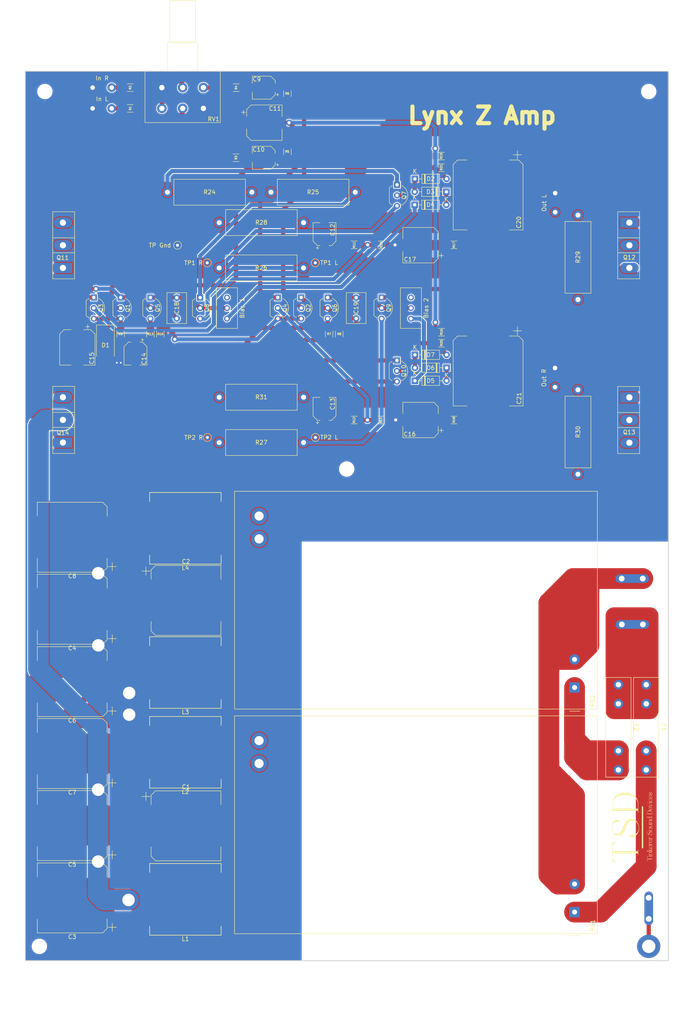
<source format=kicad_pcb>
(kicad_pcb (version 20211014) (generator pcbnew)
  (layers (0 "F.Cu" signal) (31 "B.Cu" signal) (34 "B.Paste" user) (35 "F.Paste" user) (36 "B.SilkS" user "B.Silkscreen") (37 "F.SilkS" user "F.Silkscreen") (38 "B.Mask" user) (39 "F.Mask" user) (44 "Edge.Cuts" user))
  (net 0 "")
  (net 1 "Net-(C1-Pad1)")
  (net 2 "Net-(C1-Pad2)")
  (net 3 "Net-(C2-Pad1)")
  (net 4 "Net-(C2-Pad2)")
  (net 5 "+24V")
  (net 6 "GND")
  (net 7 "-24V")
  (net 8 "Net-(J3-Pad2)")
  (net 9 "Net-(J4-Pad2)")
  (net 10 "Net-(F1-Pad1)")
  (net 11 "Net-(F1-Pad2)")
  (net 12 "Net-(F2-Pad2)")
  (net 13 "Net-(J2-Pad1)")
  (net 14 "Net-(R1-Pad2)")
  (net 15 "Net-(R2-Pad2)")
  (net 16 "Net-(R3-Pad1)")
  (net 17 "In L")
  (net 18 "Net-(R4-Pad1)")
  (net 19 "In R")
  (net 20 "Net-(C9-Pad1)")
  (net 21 "Net-(C10-Pad1)")
  (net 22 "Net-(C11-Pad1)")
  (net 23 "Net-(C11-Pad2)")
  (net 24 "Net-(C12-Pad1)")
  (net 25 "Out L")
  (net 26 "Net-(C13-Pad1)")
  (net 27 "Out R")
  (net 28 "Net-(C14-Pad1)")
  (net 29 "Net-(C16-Pad1)")
  (net 30 "Net-(C17-Pad1)")
  (net 31 "Net-(C18-Pad1)")
  (net 32 "Net-(C18-Pad2)")
  (net 33 "Net-(C19-Pad1)")
  (net 34 "Net-(C19-Pad2)")
  (net 35 "Net-(C20-Pad1)")
  (net 36 "Net-(C21-Pad1)")
  (net 37 "Net-(D2-Pad1)")
  (net 38 "Net-(D2-Pad2)")
  (net 39 "Net-(D3-Pad1)")
  (net 40 "Net-(D4-Pad1)")
  (net 41 "Net-(D5-Pad1)")
  (net 42 "Net-(D5-Pad2)")
  (net 43 "Net-(D6-Pad2)")
  (net 44 "Net-(D7-Pad2)")
  (net 45 "Net-(Q1-Pad3)")
  (net 46 "Net-(Q2-Pad3)")
  (net 47 "Net-(Q3-Pad2)")
  (net 48 "Net-(Q4-Pad2)")
  (net 49 "Net-(Q11-Pad1)")
  (net 50 "Net-(Q12-Pad1)")
  (net 51 "Net-(Q13-Pad1)")
  (net 52 "Net-(Q10-Pad3)")
  (net 53 "Net-(Q11-Pad3)")
  (net 54 "Net-(Q12-Pad3)")
  (net 55 "Net-(Q13-Pad3)")
  (net 56 "Net-(Q14-Pad3)")
  (footprint "Resistor_SMD:R_1206_3216Metric" (layer "F.Cu") (at 139.586219 106.207611 90)
    (fp_text reference "R9")
    (fp_text value "15K")
  )
  (footprint "Capacitor_SMD:CP_Elec_16x17.5" (layer "F.Cu") (at 127.92178 241.87086 180)
    (fp_text reference "C3")
    (fp_text value "330uF")
  )
  (footprint "Diode_THT:D_DO-35_SOD27_P7.62mm_Horizontal" (layer "F.Cu") (at 210.483045 111.205545)
    (fp_text reference "D7")
    (fp_text value "1N4149")
  )
  (footprint "Connector_Wire:SolderWire-0.5sqmm_1x02_P4.6mm_D0.9mm_OD2.1mm" (layer "F.Cu") (at 132.833907 46.93)
    (fp_text reference "In R")
    (fp_text value "In R")
  )
  (footprint "Capacitor_SMD:CP_Elec_16x17.5" (layer "F.Cu") (at 127.92178 172.420858 180)
    (fp_text reference "C4")
    (fp_text value "330uF")
  )
  (footprint "Capacitor_SMD:CP_Elec_8x10" (layer "F.Cu") (at 129.156219 109.427611 -90)
    (fp_text reference "C15")
    (fp_text value "220uF/35V")
  )
  (footprint "Inductor_SMD:L_Vishay_IHLP-6767" (layer "F.Cu") (at 155.188488 152.942544 180)
    (fp_text reference "L4")
    (fp_text value "100uh - 5A")
  )
  (footprint "Resistor_THT:R_Axial_DIN0617_L17.0mm_D6.0mm_P20.32mm_Horizontal" (layer "F.Cu") (at 163.335 132.317259)
    (fp_text reference "R27")
    (fp_text value "470 3W")
  )
  (footprint "Capacitor_THT:C_Rect_L7.2mm_W4.5mm_P5.00mm_FKS2_FKP2_MKS2_MKP2" (layer "F.Cu") (at 153.111219 102.467611 90)
    (fp_text reference "C18")
    (fp_text value "47pF")
  )
  (footprint "Capacitor_SMD:CP_Elec_5x5.3" (layer "F.Cu") (at 188.7 82.18 90)
    (fp_text reference "C12")
    (fp_text value "10uF/35V")
  )
  (footprint "Resistor_SMD:R_1206_3216Metric" (layer "F.Cu") (at 216.86 66.2)
    (fp_text reference "R21")
    (fp_text value "2.7K")
  )
  (footprint "Capacitor_SMD:CP_Elec_16x17.5" (layer "F.Cu") (at 155.330988 224.513578)
    (fp_text reference "C1")
    (fp_text value "330uF")
  )
  (footprint "Resistor_THT:R_Axial_DIN0617_L17.0mm_D6.0mm_P20.32mm_Horizontal" (layer "F.Cu") (at 163.335 79.41)
    (fp_text reference "R28")
    (fp_text value "0.47 3W")
  )
  (footprint "Resistor_SMD:R_1206_3216Metric" (layer "F.Cu") (at 167.3875 63.801439)
    (fp_text reference "R3")
    (fp_text value "1K")
  )
  (footprint "Capacitor_SMD:CP_Elec_5x5.3" (layer "F.Cu") (at 143.166219 110.917611 -90)
    (fp_text reference "C14")
    (fp_text value "10uF/35V")
  )
  (footprint "Custom Library:Logo_25mm" (layer "F.Cu") (at 263.492865 224.71838 90)
    (fp_text reference "G***" hide)
    (fp_text value "LOGO" hide)
  )
  (footprint "Resistor_SMD:R_1206_3216Metric" (layer "F.Cu") (at 195.843333 84.76)
    (fp_text reference "R11")
    (fp_text value "82K")
  )
  (footprint "Capacitor_SMD:CP_Elec_5x5.3" (layer "F.Cu") (at 188.7 124.22 90)
    (fp_text reference "C13")
    (fp_text value "10uF/35V")
  )
  (footprint "Connector_Wire:SolderWire-0.5sqmm_1x02_P4.6mm_D0.9mm_OD2.1mm" (layer "F.Cu") (at 244.23 114.386553 -90)
    (fp_text reference "Out R")
    (fp_text value "Out R")
  )
  (footprint "Package_TO_SOT_THT:TO-92_Inline_Wide" (layer "F.Cu") (at 189.460471 97.42 -90)
    (fp_text reference "Q6")
    (fp_text value "BC546")
  )
  (footprint "Fuse:Fuseholder_Littelfuse_100_series_5x20mm" (layer "F.Cu") (at 266.192238 190.566078 -90)
    (fp_text reference "F1")
    (fp_text value "0155001.DR")
  )
  (footprint "Potentiometer_THT:Potentiometer_Bourns_3296W_Vertical" (layer "F.Cu") (at 209.521744 102.51 -90)
    (fp_text reference "Bias 2")
    (fp_text value "1508")
  )
  (footprint "Custom Library:Spade Conector 6.3mm TE_1217861" (layer "F.Cu") (at 262.823488 165.036078 180)
    (fp_text reference "J2" hide)
    (fp_text value "AC2" hide)
  )
  (footprint "Converter_ACDC:Converter_ACDC_MeanWell_IRM-60-xx_THT" (layer "F.Cu") (at 248.934738 245.271078 180)
    (fp_text reference locked "PS1")
    (fp_text value "IRM-60-24")
  )
  (footprint "MountingHole:MountingHole_3.2mm_M3" (layer "F.Cu") (at 194.05 138.68299)
    (fp_text reference "REF**" hide)
    (fp_text value "MountingHole_3.2mm_M3")
  )
  (footprint "Capacitor_SMD:CP_Elec_16x17.5" (layer "F.Cu") (at 228.11 72.755442 -90)
    (fp_text reference "C20")
    (fp_text value "47uF/25v")
  )
  (footprint "Resistor_THT:R_Axial_DIN0617_L17.0mm_D6.0mm_P20.32mm_Horizontal" (layer "F.Cu") (at 249.76 119.617259 -90)
    (fp_text reference "R30")
    (fp_text value "0.47 3W")
  )
  (footprint "TestPoint:TestPoint_THTPad_D1.5mm_Drill0.7mm" (layer "F.Cu") (at 153.28 84.86 180)
    (fp_text reference "TP Gnd")
    (fp_text value "TestPoint_THTPad_D1.5mm_Drill0.7mm")
  )
  (footprint "Resistor_SMD:R_1206_3216Metric" (layer "F.Cu") (at 195.843333 126.8921 180)
    (fp_text reference "R12")
    (fp_text value "82K")
  )
  (footprint "Capacitor_SMD:CP_Elec_5x5.3" (layer "F.Cu") (at 174.0675 46.939167 180)
    (fp_text reference "C9")
    (fp_text value "10uF/35V")
  )
  (footprint "Package_TO_SOT_THT:TO-247-3_Vertical" (layer "F.Cu") (at 125.676378 90.31 90)
    (fp_text reference "Q11")
    (fp_text value "TIP35")
  )
  (footprint "Package_TO_SOT_THT:TO-92_Inline_Wide" (layer "F.Cu") (at 177.439625 97.42 -90)
    (fp_text reference "Q4")
    (fp_text value "BC556")
  )
  (footprint "Diode_THT:D_DO-35_SOD27_P7.62mm_Horizontal" (layer "F.Cu") (at 218.0475 72 180)
    (fp_text reference "D3")
    (fp_text value "1N4149")
  )
  (footprint "Resistor_THT:R_Axial_DIN0617_L17.0mm_D6.0mm_P20.32mm_Horizontal" (layer "F.Cu") (at 196.12 72.09 180)
    (fp_text reference "R25")
    (fp_text value "82 3W")
  )
  (footprint "Package_TO_SOT_THT:TO-92_Inline_Wide" (layer "F.Cu") (at 206.16 70.3 -90)
    (fp_text reference "Q7")
    (fp_text value "BC546")
  )
  (footprint "Diode_THT:D_DO-35_SOD27_P7.62mm_Horizontal" (layer "F.Cu") (at 210.483045 117.445545)
    (fp_text reference "D5")
    (fp_text value "1N4149")
  )
  (footprint "Package_TO_SOT_THT:TO-92_Inline_Wide" (layer "F.Cu") (at 158.736219 97.427611 -90)
    (fp_text reference "Q8")
    (fp_text value "BC556")
  )
  (footprint "MountingHole:MountingHole_3.2mm_M3_DIN965_Pad_TopBottom" (layer "F.Cu") (at 266.8 253.51178 -90)
    (fp_text reference "REF**" hide)
    (fp_text value "MountingHole_3.2mm_M3_DIN965_Pad_TopBottom")
  )
  (footprint "Capacitor_SMD:CP_Elec_16x17.5" (layer "F.Cu") (at 127.92178 189.834192 180)
    (fp_text reference "C6")
    (fp_text value "330uF")
  )
  (footprint "Potentiometer_THT:Potentiometer_Alps_RK163_Dual_Horizontal" (layer "F.Cu") (at 159.523907 46.93 90)
    (fp_text reference "RV1")
    (fp_text value "log 10K")
  )
  (footprint "TestPoint:TestPoint_THTPad_D1.5mm_Drill0.7mm" (layer "F.Cu") (at 186.48 89.077471)
    (fp_text reference "TP1 L")
    (fp_text value "TestPoint_THTPad_D1.5mm_Drill0.7mm")
  )
  (footprint "Resistor_SMD:R_1206_3216Metric" (layer "F.Cu") (at 149.146219 106.207611 -90)
    (fp_text reference "R10")
    (fp_text value "15K")
  )
  (footprint "Resistor_SMD:R_1206_3216Metric" (layer "F.Cu") (at 141.903907 51.93)
    (fp_text reference "R1")
    (fp_text value "3.3K")
  )
  (footprint "Resistor_SMD:R_1206_3216Metric" (layer "F.Cu") (at 167.4075 46.949167)
    (fp_text reference "R4")
    (fp_text value "1K")
  )
  (footprint "Resistor_SMD:R_1206_3216Metric" (layer "F.Cu") (at 216.883045 108.425545)
    (fp_text reference "R20")
    (fp_text value "2.7K")
  )
  (footprint "Connector_Wire:SolderWire-0.5sqmm_1x02_P4.6mm_D0.9mm_OD2.1mm" (layer "F.Cu") (at 132.833907 51.93)
    (fp_text reference "In L")
    (fp_text value "In L")
  )
  (footprint "Capacitor_THT:C_Rect_L7.2mm_W4.5mm_P5.00mm_FKS2_FKP2_MKS2_MKP2" (layer "F.Cu") (at 196.320894 102.46 90)
    (fp_text reference "C19")
    (fp_text value "47pF")
  )
  (footprint "Diode_THT:D_DO-35_SOD27_P7.62mm_Horizontal" (layer "F.Cu") (at 210.47 68.88)
    (fp_text reference "D2")
    (fp_text value "1N4149")
  )
  (footprint "Resistor_SMD:R_1206_3216Metric" (layer "F.Cu") (at 179.7575 48.399167 90)
    (fp_text reference "R6")
    (fp_text value "56K")
  )
  (footprint "Capacitor_SMD:CP_Elec_16x17.5" (layer "F.Cu") (at 127.92178 155.094192 180)
    (fp_text reference "C8")
    (fp_text value "330uF")
  )
  (footprint "Resistor_THT:R_Axial_DIN0617_L17.0mm_D6.0mm_P20.32mm_Horizontal" (layer "F.Cu") (at 163.315006 90.31)
    (fp_text reference "R26")
    (fp_text value "470 3W")
  )
  (footprint "Package_TO_SOT_THT:TO-247-3_Vertical" (layer "F.Cu") (at 262.138622 121.454518 -90)
    (fp_text reference "Q13")
    (fp_text value "TIP42")
  )
  (footprint "Capacitor_SMD:CP_Elec_5x5.3" (layer "F.Cu") (at 174.0675 63.800832 180)
    (fp_text reference "C10")
    (fp_text value "10uF/35V")
  )
  (footprint "Diode_THT:D_DO-35_SOD27_P7.62mm_Horizontal" (layer "F.Cu") (at 210.4275 75.12)
    (fp_text reference "D4")
    (fp_text value "1N4149")
  )
  (footprint "Package_TO_SOT_THT:TO-92_Inline_Wide" (layer "F.Cu") (at 183.090048 97.42 -90)
    (fp_text reference "Q2")
    (fp_text value "BC556")
  )
  (footprint "Inductor_SMD:L_Vishay_IHLP-6767" (layer "F.Cu") (at 155.188488 242.206078 180)
    (fp_text reference "L1")
    (fp_text value "100uh - 5A")
  )
  (footprint "Resistor_SMD:R_1206_3216Metric" (layer "F.Cu") (at 216.883045 105.765545)
    (fp_text reference "R16")
    (fp_text value "2.2K")
  )
  (footprint "Custom Library:Spade Conector 6.3mm TE_1217861" (layer "F.Cu") (at 266.8 244.37 90)
    (fp_text reference "J2" hide)
    (fp_text value "AC2" hide)
  )
  (footprint "Resistor_SMD:R_1206_3216Metric" (layer "F.Cu") (at 219.8825 126.8921)
    (fp_text reference "R18")
    (fp_text value "56K")
  )
  (footprint "Fuse:Fuseholder_Littelfuse_100_series_5x20mm" (layer "F.Cu") (at 259.489738 190.566078 -90)
    (fp_text reference "F2")
    (fp_text value "0155001.DR")
  )
  (footprint "Resistor_SMD:R_1206_3216Metric" (layer "F.Cu") (at 146.746219 106.207611 90)
    (fp_text reference "R13")
    (fp_text value "1.5K")
  )
  (footprint "Resistor_SMD:R_1206_3216Metric" (layer "F.Cu") (at 192.246341 106.207611 -90)
    (fp_text reference "R8")
    (fp_text value "1.5K")
  )
  (footprint "Resistor_THT:R_Axial_DIN0617_L17.0mm_D6.0mm_P20.32mm_Horizontal" (layer "F.Cu") (at 163.335 121.417259)
    (fp_text reference "R31")
    (fp_text value "0.47 3W")
  )
  (footprint "MountingHole:MountingHole_3.2mm_M3" (layer "F.Cu") (at 121.34 47.87)
    (fp_text reference "REF**" hide)
    (fp_text value "MountingHole_3.2mm_M3")
  )
  (footprint "Custom Library:Spade Conector 6.3mm TE_1217861" (layer "F.Cu") (at 262.858488 176.076078)
    (fp_text reference "J1" hide)
    (fp_text value "AC1" hide)
  )
  (footprint "Package_TO_SOT_THT:TO-247-3_Vertical" (layer "F.Cu") (at 125.676378 132.317259 90)
    (fp_text reference "Q14")
    (fp_text value "TIP35")
  )
  (footprint "Potentiometer_THT:Potentiometer_Bourns_3296W_Vertical" (layer "F.Cu") (at 165.208338 102.51 -90)
    (fp_text reference "Bias 1")
    (fp_text value "1508")
  )
  (footprint "Resistor_THT:R_Axial_DIN0617_L17.0mm_D6.0mm_P20.32mm_Horizontal" (layer "F.Cu") (at 150.87 72.09)
    (fp_text reference "R24")
    (fp_text value "82 3W")
  )
  (footprint "MountingHole:MountingHole_3.2mm_M3" (layer "F.Cu") (at 120.01 253.51178)
    (fp_text reference "REF**" hide)
    (fp_text value "MountingHole_3.2mm_M3")
  )
  (footprint "Capacitor_SMD:CP_Elec_16x17.5" (layer "F.Cu") (at 228.11 115.094455 -90)
    (fp_text reference "C21")
    (fp_text value "47uF/25v")
  )
  (footprint "Inductor_SMD:L_Vishay_IHLP-6767" (layer "F.Cu") (at 155.188488 206.821078 180)
    (fp_text reference "L2")
    (fp_text value "100uh - 5A")
  )
  (footprint "Capacitor_SMD:CP_Elec_16x17.5" (layer "F.Cu") (at 127.92178 207.13086 180)
    (fp_text reference "C7")
    (fp_text value "330uF")
  )
  (footprint "TestPoint:TestPoint_THTPad_D1.5mm_Drill0.7mm" (layer "F.Cu") (at 160.479994 131.09 180)
    (fp_text reference "TP2 R")
    (fp_text value "TestPoint_THTPad_D1.5mm_Drill0.7mm")
  )
  (footprint "Package_TO_SOT_THT:TO-247-3_Vertical" (layer "F.Cu") (at 262.138622 79.41 -90)
    (fp_text reference "Q12")
    (fp_text value "TIP42")
  )
  (footprint "Connector_Wire:SolderWire-0.5sqmm_1x02_P4.6mm_D0.9mm_OD2.1mm" (layer "F.Cu") (at 244.27 72.31 -90)
    (fp_text reference "Out L")
    (fp_text value "Out L")
  )
  (footprint "Capacitor_SMD:CP_Elec_8x10" (layer "F.Cu") (at 174.21 55.37)
    (fp_text reference "C11")
    (fp_text value "220uF/35V")
  )
  (footprint "Resistor_SMD:R_1206_3216Metric" (layer "F.Cu") (at 202.366666 84.76)
    (fp_text reference "R15")
    (fp_text value "5.6K")
  )
  (footprint "Resistor_SMD:R_1206_3216Metric" (layer "F.Cu") (at 189.815801 106.207611 90)
    (fp_text reference "R7")
    (fp_text value "1.5K")
  )
  (footprint "Package_TO_SOT_THT:TO-92_Inline_Wide" (layer "F.Cu") (at 146.766219 97.427611 -90)
    (fp_text reference "Q5")
    (fp_text value "BC546")
  )
  (footprint "TestPoint:TestPoint_THTPad_D1.5mm_Drill0.7mm" (layer "F.Cu") (at 160.449989 89.077471 180)
    (fp_text reference "TP1 R")
    (fp_text value "TestPoint_THTPad_D1.5mm_Drill0.7mm")
  )
  (footprint "Resistor_SMD:R_1206_3216Metric" (layer "F.Cu") (at 202.366666 126.8921)
    (fp_text reference "R14")
    (fp_text value "5.6K")
  )
  (footprint "Package_TO_SOT_THT:TO-92_Inline_Wide" (layer "F.Cu") (at 206.14 112.56 -90)
    (fp_text reference "Q10")
    (fp_text value "BC546")
  )
  (footprint "Capacitor_SMD:CP_Elec_16x17.5" (layer "F.Cu") (at 155.330988 170.292544)
    (fp_text reference "C2")
    (fp_text value "330uF")
  )
  (footprint "Diode_SMD:D_SMA-SMB_Universal_Handsoldering" (layer "F.Cu") (at 135.926219 108.877611 -90)
    (fp_text reference "D1")
    (fp_text value "15V")
  )
  (footprint "Capacitor_SMD:CP_Elec_8x10" (layer "F.Cu") (at 211.8375 84.8421 180)
    (fp_text reference "C17")
    (fp_text value "100uF/35V")
  )
  (footprint "TestPoint:TestPoint_THTPad_D1.5mm_Drill0.7mm" (layer "F.Cu") (at 186.510005 131.09)
    (fp_text reference "TP2 L")
    (fp_text value "TestPoint_THTPad_D1.5mm_Drill0.7mm")
  )
  (footprint "Diode_THT:D_DO-35_SOD27_P7.62mm_Horizontal" (layer "F.Cu") (at 218.103045 114.325545 180)
    (fp_text reference "D6")
    (fp_text value "1N4149")
  )
  (footprint "Resistor_SMD:R_1206_3216Metric" (layer "F.Cu") (at 141.903907 46.93)
    (fp_text reference "R2")
    (fp_text value "3.3K")
  )
  (footprint "Package_TO_SOT_THT:TO-92_Inline_Wide" (layer "F.Cu") (at 202.461317 97.42 -90)
    (fp_text reference "Q9")
    (fp_text value "BC556")
  )
  (footprint "Capacitor_SMD:CP_Elec_16x17.5" (layer "F.Cu") (at 127.92178 224.457526 180)
    (fp_text reference "C5")
    (fp_text value "330uF")
  )
  (footprint "MountingHole:MountingHole_3.2mm_M3" (layer "F.Cu") (at 266.8 47.87)
    (fp_text reference "REF**" hide)
    (fp_text value "MountingHole_3.2mm_M3")
  )
  (footprint "Resistor_SMD:R_1206_3216Metric" (layer "F.Cu") (at 219.8825 84.76)
    (fp_text reference "R17")
    (fp_text value "56K")
  )
  (footprint "Resistor_SMD:R_1206_3216Metric" (layer "F.Cu") (at 179.7575 62.351439 90)
    (fp_text reference "R5")
    (fp_text value "56K")
  )
  (footprint "Converter_ACDC:Converter_ACDC_MeanWell_IRM-60-xx_THT" (layer "F.Cu") (at 248.934738 191.241078 180)
    (fp_text reference locked "PS2")
    (fp_text value "IRM-60-24")
  )
  (footprint "Resistor_SMD:R_1206_3216Metric" (layer "F.Cu") (at 216.86 63.4 180)
    (fp_text reference "R19")
    (fp_text value "2.2K")
  )
  (footprint "Capacitor_SMD:CP_Elec_8x10" (layer "F.Cu") (at 211.8375 126.8921 180)
    (fp_text reference "C16")
    (fp_text value "100uF/35V")
  )
  (footprint "Resistor_THT:R_Axial_DIN0617_L17.0mm_D6.0mm_P20.32mm_Horizontal" (layer "F.Cu") (at 249.76 77.61 -90)
    (fp_text reference "R29")
    (fp_text value "0.47 3W")
  )
  (footprint "Package_TO_SOT_THT:TO-92_Inline_Wide" (layer "F.Cu") (at 133.126219 97.427611 -90)
    (fp_text reference "Q3")
    (fp_text value "BC556")
  )
  (footprint "Package_TO_SOT_THT:TO-92_Inline_Wide" (layer "F.Cu") (at 139.586219 97.427611 -90)
    (fp_text reference "Q1")
    (fp_text value "BC556")
  )
  (footprint "Inductor_SMD:L_Vishay_IHLP-6767" (layer "F.Cu") (at 155.188488 187.642544 180)
    (fp_text reference "L3")
    (fp_text value "100uh - 5A")
  )
  (gr_rect (start 116.626875 256.94) (end 271.546875 43) (layer "Edge.Cuts") (width 0.2) (fill none))
  (gr_text "Lynx Z Amp" (at 226.65 53.68) (layer "F.SilkS") (effects (font (size 4 4) (thickness 1))))
  (segment (start 266.8 253.51178) (end 266.8 241.83) (width 1) (layer "F.Cu") (net 0))
  (segment locked (start 178.878488 207.142544) (end 175.757022 204.021078) (width 5) (layer "F.Cu") (net 1))
  (segment locked (start 149.080988 227.976078) (end 163.310988 242.206078) (width 5) (layer "F.Cu") (net 1))
  (segment locked (start 174.524954 242.206078) (end 178.878488 237.852544) (width 5) (layer "F.Cu") (net 1))
  (segment locked (start 175.757022 204.021078) (end 172.934738 204.021078) (width 5) (layer "F.Cu") (net 1))
  (segment locked (start 178.878488 237.852544) (end 178.878488 207.142544) (width 5) (layer "F.Cu") (net 1))
  (segment locked (start 163.310988 242.206078) (end 174.524954 242.206078) (width 5) (layer "F.Cu") (net 1))
  (segment locked (start 172.934738 209.521078) (end 166.010988 209.521078) (width 5) (layer "F.Cu") (net 2))
  (segment locked (start 161.580988 208.551078) (end 163.310988 206.821078) (width 5) (layer "F.Cu") (net 2))
  (segment locked (start 161.580988 224.513578) (end 161.580988 208.551078) (width 5) (layer "F.Cu") (net 2))
  (segment locked (start 166.010988 209.521078) (end 163.310988 206.821078) (width 5) (layer "F.Cu") (net 2))
  (segment locked (start 163.310988 187.642544) (end 173.548488 187.642544) (width 5) (layer "F.Cu") (net 3))
  (segment locked (start 179.618488 181.572544) (end 179.618488 152.552544) (width 5) (layer "F.Cu") (net 3))
  (segment locked (start 149.080988 173.412544) (end 163.310988 187.642544) (width 5) (layer "F.Cu") (net 3))
  (segment locked (start 179.618488 152.552544) (end 177.057022 149.991078) (width 5) (layer "F.Cu") (net 3))
  (segment locked (start 173.548488 187.642544) (end 179.618488 181.572544) (width 5) (layer "F.Cu") (net 3))
  (segment locked (start 177.057022 149.991078) (end 172.934738 149.991078) (width 5) (layer "F.Cu") (net 3))
  (segment locked (start 165.859522 155.491078) (end 163.310988 152.942544) (width 5) (layer "F.Cu") (net 4))
  (segment locked (start 161.580988 170.292544) (end 161.580988 154.672544) (width 5) (layer "F.Cu") (net 4))
  (segment locked (start 172.934738 155.491078) (end 165.859522 155.491078) (width 5) (layer "F.Cu") (net 4))
  (segment locked (start 161.580988 154.672544) (end 163.310988 152.942544) (width 5) (layer "F.Cu") (net 4))
  (segment (start 125.676378 126.867259) (end 121.443979 126.867259) (width 5) (layer "F.Cu") (net 5))
  (segment (start 120.476867 125.900147) (end 120.476867 116.803133) (width 5) (layer "F.Cu") (net 5))
  (segment (start 174.926364 112.56) (end 206.14 112.56) (width 1) (layer "F.Cu") (net 5))
  (segment locked (start 147.065988 242.206078) (end 145.455702 242.206078) (width 5) (layer "F.Cu") (net 5))
  (segment (start 120.476867 92.856867) (end 120.476867 116.803133) (width 5) (layer "F.Cu") (net 5))
  (segment locked (start 143.90178 242.36106) (end 141.48894 242.36106) (width 5) (layer "F.Cu") (net 5))
  (segment (start 169.928182 117.558182) (end 174.926364 112.56) (width 1) (layer "F.Cu") (net 5))
  (segment (start 169.928182 117.558182) (end 121.231916 117.558182) (width 1) (layer "F.Cu") (net 5))
  (segment (start 120.476867 83.996867) (end 120.476867 92.856867) (width 5) (layer "F.Cu") (net 5))
  (segment locked (start 134.17178 233.10822) (end 134.17178 215.81822) (width 5) (layer "F.Cu") (net 5))
  (segment locked (start 141.48894 242.36106) (end 134.66198 242.36106) (width 5) (layer "F.Cu") (net 5))
  (segment locked (start 134.816962 242.206078) (end 134.66198 242.36106) (width 5) (layer "F.Cu") (net 5))
  (segment locked (start 133.7 242.34264) (end 133.70053 242.34211) (width 5) (layer "F.Cu") (net 5))
  (segment (start 123.18 72.09) (end 120.476867 74.793133) (width 5) (layer "F.Cu") (net 5))
  (segment (start 121.231916 117.558182) (end 120.476867 116.803133) (width 1) (layer "F.Cu") (net 5))
  (segment (start 150.87 72.09) (end 123.18 72.09) (width 5) (layer "F.Cu") (net 5))
  (segment (start 125.676378 84.86) (end 121.34 84.86) (width 5) (layer "F.Cu") (net 5))
  (segment locked (start 147.065988 242.206078) (end 134.816962 242.206078) (width 5) (layer "F.Cu") (net 5))
  (segment (start 121.443979 126.867259) (end 120.476867 125.900147) (width 5) (layer "F.Cu") (net 5))
  (segment locked (start 134.17178 215.81822) (end 134.17178 207.13086) (width 5) (layer "F.Cu") (net 5))
  (segment locked (start 134.66198 242.36106) (end 134.17178 241.87086) (width 5) (layer "F.Cu") (net 5))
  (segment locked (start 134.17178 241.87086) (end 134.17178 233.10822) (width 5) (layer "F.Cu") (net 5))
  (segment (start 121.34 84.86) (end 120.476867 83.996867) (width 5) (layer "F.Cu") (net 5))
  (segment (start 120.476867 74.793133) (end 120.476867 83.996867) (width 5) (layer "F.Cu") (net 5))
  (segment locked (start 133.70053 242.34211) (end 134.17178 241.87086) (width 5) (layer "F.Cu") (net 5))
  (via (at 134.17178 215.81822) (size 5) (drill 3) (layers "F.Cu" "B.Cu") (net 5))
  (via (at 141.48894 242.36106) (size 5) (drill 3) (layers "F.Cu" "B.Cu") (net 5))
  (via (at 134.17178 233.10822) (size 5) (drill 3) (layers "F.Cu" "B.Cu") (net 5))
  (segment (start 121.362741 126.867259) (end 125.676378 126.867259) (width 5) (layer "B.Cu") (net 5))
  (segment (start 134.17178 201.18178) (end 119.79 186.8) (width 5) (layer "B.Cu") (net 5))
  (segment (start 141.48894 242.36106) (end 135.56106 242.36106) (width 5) (layer "B.Cu") (net 5))
  (segment (start 151.93 67) (end 205.2 67) (width 1) (layer "B.Cu") (net 5))
  (segment (start 206.16 67.96) (end 206.16 70.3) (width 1) (layer "B.Cu") (net 5))
  (segment (start 134.17178 240.97178) (end 134.17178 215.81822) (width 5) (layer "B.Cu") (net 5))
  (segment (start 135.56106 242.36106) (end 134.17178 240.97178) (width 5) (layer "B.Cu") (net 5))
  (segment (start 119.79 186.8) (end 119.79 128.44) (width 5) (layer "B.Cu") (net 5))
  (segment (start 205.2 67) (end 206.16 67.96) (width 1) (layer "B.Cu") (net 5))
  (segment (start 134.17178 215.81822) (end 134.17178 201.18178) (width 5) (layer "B.Cu") (net 5))
  (segment (start 119.79 128.44) (end 121.362741 126.867259) (width 5) (layer "B.Cu") (net 5))
  (segment (start 150.87 72.09) (end 150.87 68.06) (width 1) (layer "B.Cu") (net 5))
  (segment (start 150.87 68.06) (end 151.93 67) (width 1) (layer "B.Cu") (net 5))
  (segment locked (start 137.72 195.55178) (end 137.37 195.20178) (width 5) (layer "F.Cu") (net 6))
  (segment locked (start 134.17178 189.834192) (end 144.87434 189.834192) (width 5) (layer "F.Cu") (net 6))
  (segment locked (start 138.612412 189.834192) (end 144.33 195.55178) (width 5) (layer "F.Cu") (net 6))
  (segment locked (start 143.90178 198.525026) (end 134.85178 198.525026) (width 5) (layer "F.Cu") (net 6))
  (segment locked (start 121.67178 241.87086) (end 121.67178 233.318719) (width 5) (layer "F.Cu") (net 6))
  (segment locked (start 127.57678 198.525026) (end 121.67178 204.430026) (width 5) (layer "F.Cu") (net 6))
  (segment locked (start 144.33 195.55178) (end 137.72 195.55178) (width 5) (layer "F.Cu") (net 6))
  (segment locked (start 134.17178 181.128719) (end 134.17178 186.21) (width 5) (layer "F.Cu") (net 6))
  (segment locked (start 134.17178 155.094192) (end 134.17178 163.768719) (width 5) (layer "F.Cu") (net 6))
  (segment locked (start 134.17178 163.768719) (end 134.17178 181.128719) (width 5) (layer "F.Cu") (net 6))
  (segment (start 208.5875 126.8921) (end 205.87907 126.8921) (width 1) (layer "F.Cu") (net 6))
  (segment (start 129.596219 113.117611) (end 129.156219 112.677611) (width 1) (layer "F.Cu") (net 6))
  (segment locked (start 134.048087 198.525026) (end 127.57678 198.525026) (width 5) (layer "F.Cu") (net 6))
  (segment (start 205.87907 126.8921) (end 205.860585 126.873615) (width 1) (layer "F.Cu") (net 6))
  (segment (start 139.622389 113.117611) (end 138.672389 113.117611) (width 1) (layer "F.Cu") (net 6))
  (segment (start 138.672389 113.117611) (end 129.596219 113.117611) (width 1) (layer "F.Cu") (net 6))
  (segment locked (start 144.87434 189.834192) (end 147.065988 187.642544) (width 5) (layer "F.Cu") (net 6))
  (segment locked (start 135.604324 187.642544) (end 134.17178 186.21) (width 5) (layer "F.Cu") (net 6))
  (segment locked (start 134.17178 189.834192) (end 134.17178 197.845026) (width 5) (layer "F.Cu") (net 6))
  (segment locked (start 121.67178 215.878719) (end 121.67178 215.78822) (width 5) (layer "F.Cu") (net 6))
  (segment locked (start 134.17178 189.834192) (end 138.612412 189.834192) (width 5) (layer "F.Cu") (net 6))
  (segment (start 205.823615 126.873615) (end 205.860585 126.873615) (width 1) (layer "F.Cu") (net 6))
  (segment locked (start 121.67178 233.318719) (end 121.67178 215.878719) (width 5) (layer "F.Cu") (net 6))
  (segment locked (start 134.85178 198.525026) (end 134.048087 198.525026) (width 5) (layer "F.Cu") (net 6))
  (segment (start 143.166219 113.117611) (end 139.622389 113.117611) (width 1) (layer "F.Cu") (net 6))
  (segment locked (start 121.67178 204.430026) (end 121.67178 207.13086) (width 5) (layer "F.Cu") (net 6))
  (segment (start 208.61 84.76) (end 205.69 84.76) (width 1) (layer "F.Cu") (net 6))
  (segment (start 205.82 126.87) (end 205.823615 126.873615) (width 1) (layer "F.Cu") (net 6))
  (segment locked (start 147.065988 206.821078) (end 147.065988 187.642544) (width 5) (layer "F.Cu") (net 6))
  (segment locked (start 134.17178 186.21) (end 134.17178 189.834192) (width 5) (layer "F.Cu") (net 6))
  (segment locked (start 121.67178 215.78822) (end 121.67178 207.13086) (width 5) (layer "F.Cu") (net 6))
  (segment locked (start 147.065988 187.642544) (end 135.604324 187.642544) (width 5) (layer "F.Cu") (net 6))
  (segment locked (start 134.17178 197.845026) (end 134.85178 198.525026) (width 5) (layer "F.Cu") (net 6))
  (via (at 141.64 192.56) (size 5) (drill 3) (layers "F.Cu" "B.Cu") (net 6))
  (via (at 205.69 84.76) (size 1.5) (drill 0.75) (layers "F.Cu" "B.Cu") (net 6))
  (via (at 139.622389 113.117611) (size 0.8) (drill 0.4) (layers "F.Cu" "B.Cu") (net 6))
  (via (at 138.672389 113.117611) (size 0.8) (drill 0.4) (layers "F.Cu" "B.Cu") (net 6))
  (via (at 141.64 197.78) (size 5) (drill 3) (layers "F.Cu" "B.Cu") (net 6))
  (via (at 205.860585 126.873615) (size 1.5) (drill 0.75) (layers "F.Cu" "B.Cu") (net 6))
  (via (at 134.18 163.76) (size 5) (drill 3) (layers "F.Cu" "B.Cu") (net 6))
  (via (at 134.21 181.11) (size 5) (drill 3) (layers "F.Cu" "B.Cu") (net 6))
  (segment (start 267.19 91.57) (end 267.088133 91.671867) (width 5) (layer "F.Cu") (net 7))
  (segment (start 232.71 95.39) (end 241.921867 104.601867) (width 1) (layer "F.Cu") (net 7))
  (segment (start 267.338133 80.561867) (end 267.338133 81.563707) (width 5) (layer "F.Cu") (net 7))
  (segment (start 267.088133 125.404029) (end 265.587644 126.904518) (width 5) (layer "F.Cu") (net 7))
  (segment (start 196.12 65.56) (end 205.56 56.12) (width 5) (layer "F.Cu") (net 7))
  (segment locked (start 131.81822 144.38) (end 131.79 144.35178) (width 5) (layer "F.Cu") (net 7))
  (segment (start 143.90178 144.38) (end 145.98178 142.3) (width 5) (layer "F.Cu") (net 7))
  (segment (start 267.19 81.71184) (end 267.19 91.57) (width 5) (layer "F.Cu") (net 7))
  (segment locked (start 143.90178 144.38) (end 131.81822 144.38) (width 5) (layer "F.Cu") (net 7))
  (segment (start 267.338133 140.101867) (end 263.5 143.94) (width 5) (layer "F.Cu") (net 7))
  (segment (start 204.37 97.42) (end 206.4 95.39) (width 1) (layer "F.Cu") (net 7))
  (segment locked (start 127.921806 144.38) (end 131.81822 144.38) (width 5) (layer "F.Cu") (net 7))
  (segment (start 267.338133 104.601867) (end 267.338133 121.428133) (width 5) (layer "F.Cu") (net 7))
  (segment (start 184.54 142.3) (end 190.2 147.96) (width 5) (layer "F.Cu") (net 7))
  (segment (start 205.56 56.12) (end 257.26 56.12) (width 5) (layer "F.Cu") (net 7))
  (segment (start 267.338133 121.428133) (end 267.338133 140.101867) (width 5) (layer "F.Cu") (net 7))
  (segment (start 267.338133 81.563707) (end 267.19 81.71184) (width 5) (layer "F.Cu") (net 7))
  (segment (start 130.001806 142.3) (end 127.921806 144.38) (width 5) (layer "F.Cu") (net 7))
  (segment (start 145.98178 142.3) (end 150.8 142.3) (width 5) (layer "F.Cu") (net 7))
  (segment locked (start 121.67178 155.094192) (end 121.67178 189.834192) (width 5) (layer "F.Cu") (net 7))
  (segment (start 267.088133 91.671867) (end 267.088133 84.516782) (width 5) (layer "F.Cu") (net 7))
  (segment locked (start 125.610013 146.691793) (end 127.921806 144.38) (width 5) (layer "F.Cu") (net 7))
  (segment (start 150.8 142.3) (end 130.001806 142.3) (width 5) (layer "F.Cu") (net 7))
  (segment (start 257.01 150.43) (end 263.5 143.94) (width 5) (layer "F.Cu") (net 7))
  (segment (start 196.12 72.09) (end 196.12 65.56) (width 5) (layer "F.Cu") (net 7))
  (segment (start 202.461317 97.42) (end 204.37 97.42) (width 1) (layer "F.Cu") (net 7))
  (segment (start 147.065988 147.544208) (end 147.065988 146.034012) (width 5) (layer "F.Cu") (net 7))
  (segment (start 150.8 142.3) (end 171.47 142.3) (width 5) (layer "F.Cu") (net 7))
  (segment (start 265.487798 84.897259) (end 262.138622 84.897259) (width 5) (layer "F.Cu") (net 7))
  (segment (start 267.338133 91.921867) (end 267.338133 104.601867) (width 5) (layer "F.Cu") (net 7))
  (segment (start 190.2 147.96) (end 192.67 150.43) (width 5) (layer "F.Cu") (net 7))
  (segment (start 267.338133 80.561867) (end 267.338133 125.154029) (width 5) (layer "F.Cu") (net 7))
  (segment (start 241.921867 104.601867) (end 267.338133 104.601867) (width 1) (layer "F.Cu") (net 7))
  (segment locked (start 147.065988 147.544208) (end 143.90178 144.38) (width 5) (layer "F.Cu") (net 7))
  (segment (start 267.338133 121.428133) (end 267.338133 125.154029) (width 5) (layer "F.Cu") (net 7))
  (segment (start 267.088133 91.671867) (end 267.338133 91.921867) (width 5) (layer "F.Cu") (net 7))
  (segment (start 265.587644 126.904518) (end 262.138622 126.904518) (width 5) (layer "F.Cu") (net 7))
  (segment (start 267.338133 125.154029) (end 267.088133 125.404029) (width 5) (layer "F.Cu") (net 7))
  (segment (start 147.065988 146.034012) (end 150.8 142.3) (width 5) (layer "F.Cu") (net 7))
  (segment (start 206.4 95.39) (end 232.71 95.39) (width 1) (layer "F.Cu") (net 7))
  (segment (start 267.088133 86.497594) (end 265.487798 84.897259) (width 5) (layer "F.Cu") (net 7))
  (segment (start 171.47 142.3) (end 184.54 142.3) (width 5) (layer "F.Cu") (net 7))
  (segment (start 192.67 150.43) (end 252.23 150.43) (width 5) (layer "F.Cu") (net 7))
  (segment (start 252.23 150.43) (end 257.01 150.43) (width 5) (layer "F.Cu") (net 7))
  (segment locked (start 147.065988 152.942544) (end 147.065988 147.544208) (width 5) (layer "F.Cu") (net 7))
  (segment locked (start 121.67178 155.094192) (end 121.67178 150.630026) (width 5) (layer "F.Cu") (net 7))
  (segment (start 267.338133 66.198133) (end 267.338133 80.561867) (width 5) (layer "F.Cu") (net 7))
  (segment locked (start 121.67178 150.630026) (end 125.610013 146.691793) (width 5) (layer "F.Cu") (net 7))
  (segment (start 257.26 56.12) (end 267.338133 66.198133) (width 5) (layer "F.Cu") (net 7))
  (segment (start 158.736219 87.386219) (end 158.736219 97.427611) (width 1) (layer "B.Cu") (net 7))
  (segment (start 196.12 72.09) (end 193.073781 75.136219) (width 1) (layer "B.Cu") (net 7))
  (segment (start 193.073781 75.136219) (end 170.986219 75.136219) (width 1) (layer "B.Cu") (net 7))
  (segment (start 170.986219 75.136219) (end 158.736219 87.386219) (width 1) (layer "B.Cu") (net 7))
  (segment locked (start 137.433907 51.93) (end 140.441407 51.93) (width 1) (layer "F.Cu") (net 8))
  (segment locked (start 137.433907 46.93) (end 140.441407 46.93) (width 1) (layer "F.Cu") (net 9))
  (segment locked (start 255.184738 245.271078) (end 248.934738 245.271078) (width 5) (layer "F.Cu") (net 11))
  (segment locked (start 266.192238 234.263578) (end 255.184738 245.271078) (width 5) (layer "F.Cu") (net 11))
  (segment locked (start 266.192238 206.466078) (end 266.192238 234.263578) (width 5) (layer "F.Cu") (net 11))
  (segment locked (start 248.934738 203.691078) (end 251.709738 206.466078) (width 5) (layer "F.Cu") (net 12))
  (segment locked (start 248.934738 208.061078) (end 248.934738 198.371078) (width 5) (layer "F.Cu") (net 12))
  (segment locked (start 251.939738 211.066078) (end 248.934738 208.061078) (width 5) (layer "F.Cu") (net 12))
  (segment locked (start 248.934738 191.241078) (end 248.934738 198.371078) (width 5) (layer "F.Cu") (net 12))
  (segment locked (start 248.934738 198.371078) (end 248.934738 203.691078) (width 5) (layer "F.Cu") (net 12))
  (segment locked (start 259.489738 211.066078) (end 251.939738 211.066078) (width 5) (layer "F.Cu") (net 12))
  (segment locked (start 259.489738 211.066078) (end 259.489738 206.466078) (width 5) (layer "F.Cu") (net 12))
  (segment locked (start 251.709738 206.466078) (end 259.489738 206.466078) (width 5) (layer "F.Cu") (net 12))
  (segment locked (start 242.749738 209.246078) (end 242.749738 211.086078) (width 5) (layer "F.Cu") (net 13))
  (segment locked (start 244.954738 238.521078) (end 244.954738 220.141078) (width 5) (layer "F.Cu") (net 13))
  (segment locked (start 244.954738 238.521078) (end 248.934738 238.521078) (width 5) (layer "F.Cu") (net 13))
  (segment locked (start 248.934738 217.271078) (end 248.379738 216.716078) (width 5) (layer "F.Cu") (net 13))
  (segment locked (start 248.639738 165.036078) (end 242.749738 170.926078) (width 5) (layer "F.Cu") (net 13))
  (segment locked (start 248.934738 184.491078) (end 248.934738 165.331078) (width 5) (layer "F.Cu") (net 13))
  (segment locked (start 242.749738 236.316078) (end 244.954738 238.521078) (width 5) (layer "F.Cu") (net 13))
  (segment locked (start 242.749738 211.086078) (end 248.379738 216.716078) (width 5) (layer "F.Cu") (net 13))
  (segment locked (start 252.459738 165.036078) (end 248.639738 165.036078) (width 5) (layer "F.Cu") (net 13))
  (segment locked (start 243.314738 184.491078) (end 242.749738 185.056078) (width 5) (layer "F.Cu") (net 13))
  (segment locked (start 252.389738 181.036078) (end 252.389738 165.106078) (width 5) (layer "F.Cu") (net 13))
  (segment locked (start 265.363488 165.036078) (end 252.459738 165.036078) (width 5) (layer "F.Cu") (net 13))
  (segment locked (start 246.139738 214.476078) (end 246.139738 214.416078) (width 5) (layer "F.Cu") (net 13))
  (segment locked (start 245.624738 184.491078) (end 243.314738 184.491078) (width 5) (layer "F.Cu") (net 13))
  (segment locked (start 265.363488 165.036078) (end 260.283488 165.036078) (width 5) (layer "F.Cu") (net 13))
  (segment locked (start 244.954738 220.141078) (end 248.379738 216.716078) (width 5) (layer "F.Cu") (net 13))
  (segment locked (start 248.934738 165.331078) (end 248.639738 165.036078) (width 5) (layer "F.Cu") (net 13))
  (segment locked (start 242.749738 185.056078) (end 242.749738 209.246078) (width 5) (layer "F.Cu") (net 13))
  (segment locked (start 245.624738 172.221078) (end 245.799738 172.046078) (width 5) (layer "F.Cu") (net 13))
  (segment locked (start 252.389738 165.106078) (end 252.459738 165.036078) (width 5) (layer "F.Cu") (net 13))
  (segment locked (start 248.934738 184.491078) (end 245.624738 184.491078) (width 5) (layer "F.Cu") (net 13))
  (segment locked (start 248.934738 238.521078) (end 248.934738 217.271078) (width 5) (layer "F.Cu") (net 13))
  (segment locked (start 248.379738 216.716078) (end 246.139738 214.476078) (width 5) (layer "F.Cu") (net 13))
  (segment locked (start 242.749738 209.246078) (end 242.749738 236.316078) (width 5) (layer "F.Cu") (net 13))
  (segment locked (start 242.749738 170.926078) (end 242.749738 185.056078) (width 5) (layer "F.Cu") (net 13))
  (segment locked (start 248.934738 184.491078) (end 252.389738 181.036078) (width 5) (layer "F.Cu") (net 13))
  (segment locked (start 245.624738 184.491078) (end 245.624738 172.221078) (width 5) (layer "F.Cu") (net 13))
  (segment locked (start 143.366407 53.3425) (end 143.366407 51.93) (width 1) (layer "F.Cu") (net 14))
  (segment locked (start 143.823418 53.799511) (end 143.366407 53.3425) (width 1) (layer "F.Cu") (net 14))
  (segment locked (start 154.523907 52.97) (end 153.694396 53.799511) (width 1) (layer "F.Cu") (net 14))
  (segment locked (start 154.523907 51.93) (end 154.523907 52.97) (width 1) (layer "F.Cu") (net 14))
  (segment locked (start 153.694396 53.799511) (end 143.823418 53.799511) (width 1) (layer "F.Cu") (net 14))
  (segment locked (start 144.013418 45.060489) (end 143.366407 45.7075) (width 1) (layer "F.Cu") (net 15))
  (segment locked (start 153.504396 45.060489) (end 144.013418 45.060489) (width 1) (layer "F.Cu") (net 15))
  (segment locked (start 154.523907 46.08) (end 153.504396 45.060489) (width 1) (layer "F.Cu") (net 15))
  (segment locked (start 154.523907 46.93) (end 154.523907 46.08) (width 1) (layer "F.Cu") (net 15))
  (segment locked (start 143.366407 45.7075) (end 143.366407 46.93) (width 1) (layer "F.Cu") (net 15))
  (segment (start 165.925 63.801439) (end 165.925 52.945) (width 1) (layer "F.Cu") (net 16))
  (segment (start 163.040489 50.060489) (end 165.925 52.945) (width 1) (layer "F.Cu") (net 16))
  (segment (start 150.153418 50.060489) (end 162.749511 50.060489) (width 1) (layer "F.Cu") (net 16))
  (segment (start 162.749511 50.060489) (end 163.040489 50.060489) (width 1) (layer "F.Cu") (net 16))
  (segment locked (start 149.523907 50.69) (end 150.153418 50.060489) (width 1) (layer "F.Cu") (net 16))
  (segment locked (start 149.523907 51.93) (end 149.523907 50.69) (width 1) (layer "F.Cu") (net 16))
  (segment (start 168.850607 63.800832) (end 168.85 63.801439) (width 1) (layer "F.Cu") (net 17))
  (segment (start 171.8675 63.800832) (end 168.850607 63.800832) (width 1) (layer "F.Cu") (net 17))
  (segment (start 165.925833 46.93) (end 165.945 46.949167) (width 1) (layer "F.Cu") (net 18))
  (segment (start 159.523907 46.93) (end 165.925833 46.93) (width 1) (layer "F.Cu") (net 18))
  (segment (start 168.88 46.939167) (end 168.87 46.949167) (width 1) (layer "F.Cu") (net 19))
  (segment (start 171.8675 46.939167) (end 168.88 46.939167) (width 1) (layer "F.Cu") (net 19))
  (segment (start 183.090048 99.96) (end 178.74 95.609952) (width 1) (layer "F.Cu") (net 20))
  (segment (start 179.7575 46.936667) (end 183.78 50.959168) (width 1) (layer "F.Cu") (net 20))
  (segment (start 183.78 50.959168) (end 183.78 71.44) (width 1) (layer "F.Cu") (net 20))
  (segment (start 178.74 76.26) (end 178.74 95.27) (width 1) (layer "F.Cu") (net 20))
  (segment (start 179.755 46.939167) (end 179.7575 46.936667) (width 1) (layer "F.Cu") (net 20))
  (segment (start 183.56 71.44) (end 178.74 76.26) (width 1) (layer "F.Cu") (net 20))
  (segment (start 178.74 95.609952) (end 178.74 95.27) (width 1) (layer "F.Cu") (net 20))
  (segment (start 176.2675 46.939167) (end 179.755 46.939167) (width 1) (layer "F.Cu") (net 20))
  (segment (start 138.052455 94.465) (end 165.745 94.465) (width 1) (layer "F.Cu") (net 21))
  (segment (start 137.421219 97.106236) (end 137.421219 95.096236) (width 1) (layer "F.Cu") (net 21))
  (segment (start 165.745 94.465) (end 167.38 92.83) (width 1) (layer "F.Cu") (net 21))
  (segment (start 175.819168 63.800832) (end 176.2675 63.800832) (width 1) (layer "F.Cu") (net 21))
  (segment (start 167.38 87.7) (end 167.38 86.47) (width 1) (layer "F.Cu") (net 21))
  (segment (start 176.2675 63.800832) (end 179.744393 63.800832) (width 1) (layer "F.Cu") (net 21))
  (segment (start 137.421219 95.096236) (end 138.052455 94.465) (width 1) (layer "F.Cu") (net 21))
  (segment (start 167.38 92.83) (end 167.38 86.47) (width 1) (layer "F.Cu") (net 21))
  (segment (start 137.421219 99.551219) (end 137.837611 99.967611) (width 1) (layer "F.Cu") (net 21))
  (segment (start 179.744393 63.800832) (end 179.7575 63.813939) (width 1) (layer "F.Cu") (net 21))
  (segment (start 167.38 69.07) (end 169.72 66.73) (width 1) (layer "F.Cu") (net 21))
  (segment (start 167.38 86.47) (end 167.38 69.07) (width 1) (layer "F.Cu") (net 21))
  (segment (start 172.89 66.73) (end 175.819168 63.800832) (width 1) (layer "F.Cu") (net 21))
  (segment (start 169.72 66.73) (end 172.89 66.73) (width 1) (layer "F.Cu") (net 21))
  (segment (start 167.41 87.73) (end 167.38 87.7) (width 1) (layer "F.Cu") (net 21))
  (segment (start 137.837611 99.967611) (end 139.586219 99.967611) (width 1) (layer "F.Cu") (net 21))
  (segment (start 137.421219 97.106236) (end 137.421219 99.551219) (width 1) (layer "F.Cu") (net 21))
  (segment (start 137.421219 96.087611) (end 137.421219 97.106236) (width 1) (layer "F.Cu") (net 21))
  (segment (start 179.7575 60.888939) (end 176.478939 60.888939) (width 1) (layer "F.Cu") (net 22))
  (segment (start 176.468333 49.861667) (end 170.96 55.37) (width 1) (layer "F.Cu") (net 22))
  (segment (start 179.7575 49.861667) (end 176.468333 49.861667) (width 1) (layer "F.Cu") (net 22))
  (segment (start 176.478939 60.888939) (end 170.96 55.37) (width 1) (layer "F.Cu") (net 22))
  (segment (start 181.82 57.03) (end 180.16 55.37) (width 1) (layer "F.Cu") (net 23))
  (segment (start 173.674032 97.42) (end 173.212016 97.882016) (width 1) (layer "F.Cu") (net 23))
  (segment (start 151.086219 109.273781) (end 165.706219 109.273781) (width 1) (layer "F.Cu") (net 23))
  (segment (start 147.396219 106.191236) (end 146.746219 105.541236) (width 1) (layer "F.Cu") (net 23))
  (segment (start 151.086219 109.273781) (end 151.086219 110.013781) (width 1) (layer "F.Cu") (net 23))
  (segment (start 167.406219 109.273781) (end 165.706219 109.273781) (width 1) (layer "F.Cu") (net 23))
  (segment (start 150.286219 106.191236) (end 147.396219 106.191236) (width 1) (layer "F.Cu") (net 23))
  (segment (start 215.3975 61.5625) (end 215.4 61.56) (width 1) (layer "F.Cu") (net 23))
  (segment (start 189.460471 104.389781) (end 189.815801 104.745111) (width 1) (layer "F.Cu") (net 23))
  (segment (start 138.495 108.885) (end 131.863608 108.885) (width 1) (layer "F.Cu") (net 23))
  (segment (start 173.212016 74.112016) (end 171.19 72.09) (width 1) (layer "F.Cu") (net 23))
  (segment (start 129.156219 106.177611) (end 129.456219 106.177611) (width 1) (layer "F.Cu") (net 23))
  (segment (start 146.766219 104.575111) (end 146.746219 104.595111) (width 1) (layer "F.Cu") (net 23))
  (segment (start 173.528921 104.745111) (end 169.000251 109.273781) (width 1) (layer "F.Cu") (net 23))
  (segment (start 129.156219 106.177611) (end 129.156219 98.763781) (width 1) (layer "F.Cu") (net 23))
  (segment (start 140.527131 110.917131) (end 138.495 108.885) (width 1) (layer "F.Cu") (net 23))
  (segment (start 215.420545 105.765545) (end 215.420545 103.398045) (width 1) (layer "F.Cu") (net 23))
  (segment (start 146.766219 102.507611) (end 146.766219 104.575111) (width 1) (layer "F.Cu") (net 23))
  (segment (start 129.156219 98.763781) (end 130.492389 97.427611) (width 1) (layer "F.Cu") (net 23))
  (segment (start 215.3975 63.4) (end 215.3975 61.5625) (width 1) (layer "F.Cu") (net 23))
  (segment (start 173.528921 104.745111) (end 173.212016 105.062016) (width 1) (layer "F.Cu") (net 23))
  (segment (start 130.492389 97.427611) (end 133.126219 97.427611) (width 1) (layer "F.Cu") (net 23))
  (segment (start 173.212016 99.197984) (end 173.212016 97.882016) (width 1) (layer "F.Cu") (net 23))
  (segment (start 150.182869 110.917131) (end 140.527131 110.917131) (width 1) (layer "F.Cu") (net 23))
  (segment (start 181.82 66.07) (end 181.82 57.03) (width 1) (layer "F.Cu") (net 23))
  (segment (start 169.000251 109.273781) (end 167.406219 109.273781) (width 1) (layer "F.Cu") (net 23))
  (segment (start 151.086219 109.273781) (end 151.086219 106.991236) (width 1) (layer "F.Cu") (net 23))
  (segment (start 175.8 72.09) (end 171.19 72.09) (width 5) (layer "F.Cu") (net 23))
  (segment (start 192.246341 104.745111) (end 190.845111 104.745111) (width 1) (layer "F.Cu") (net 23))
  (segment (start 190.845111 104.745111) (end 173.528921 104.745111) (width 1) (layer "F.Cu") (net 23))
  (segment (start 189.460471 102.5) (end 189.460471 104.389781) (width 1) (layer "F.Cu") (net 23))
  (segment (start 177.46 55.37) (end 180.16 55.37) (width 1) (layer "F.Cu") (net 23))
  (segment (start 173.212016 97.882016) (end 173.212016 74.112016) (width 1) (layer "F.Cu") (net 23))
  (segment (start 173.212016 103.132016) (end 173.212016 105.062016) (width 1) (layer "F.Cu") (net 23))
  (segment (start 146.746219 105.541236) (end 146.746219 104.745111) (width 1) (layer "F.Cu") (net 23))
  (segment (start 173.212016 103.132016) (end 173.212016 99.197984) (width 1) (layer "F.Cu") (net 23))
  (segment (start 131.863608 108.885) (end 129.156219 106.177611) (width 1) (layer "F.Cu") (net 23))
  (segment (start 151.086219 106.991236) (end 150.286219 106.191236) (width 1) (layer "F.Cu") (net 23))
  (segment (start 177.439625 97.42) (end 173.674032 97.42) (width 1) (layer "F.Cu") (net 23))
  (segment (start 190.845111 104.745111) (end 189.815801 104.745111) (width 1) (layer "F.Cu") (net 23))
  (segment (start 151.086219 110.013781) (end 150.182869 110.917131) (width 1) (layer "F.Cu") (net 23))
  (segment (start 175.8 72.09) (end 181.82 66.07) (width 1) (layer "F.Cu") (net 23))
  (via (at 215.3975 61.5625) (size 1.5) (drill 0.75) (layers "F.Cu" "B.Cu") (net 23))
  (via (at 180.16 55.37) (size 1.5) (drill 0.75) (layers "F.Cu" "B.Cu") (net 23))
  (via (at 215.423045 103.395545) (size 1.5) (drill 0.75) (layers "F.Cu" "B.Cu") (net 23))
  (segment (start 214.2 55.37) (end 214.91 56.08) (width 1) (layer "B.Cu") (net 23))
  (segment (start 180.16 55.37) (end 214.2 55.37) (width 1) (layer "B.Cu") (net 23))
  (segment (start 214.91 56.08) (end 215.4 56.57) (width 1) (layer "B.Cu") (net 23))
  (segment (start 215.423045 103.395545) (end 215.423045 61.588045) (width 1) (layer "B.Cu") (net 23))
  (segment (start 215.423045 61.588045) (end 215.3975 61.5625) (width 1) (layer "B.Cu") (net 23))
  (segment (start 215.4 56.57) (end 215.4 61.56) (width 1) (layer "B.Cu") (net 23))
  (segment (start 194.380833 84.76) (end 189.08 84.76) (width 1) (layer "F.Cu") (net 24))
  (segment (start 189.08 84.76) (end 188.7 84.38) (width 1) (layer "F.Cu") (net 24))
  (segment (start 221.345 80.855) (end 219.9 79.41) (width 1) (layer "F.Cu") (net 25))
  (segment (start 234.97 79.41) (end 236.77 77.61) (width 5) (layer "F.Cu") (net 25))
  (segment (start 219.9 79.41) (end 234.97 79.41) (width 5) (layer "F.Cu") (net 25))
  (segment (start 183.655 79.41) (end 219.9 79.41) (width 5) (layer "F.Cu") (net 25))
  (segment (start 236.77 77.61) (end 249.76 77.61) (width 5) (layer "F.Cu") (net 25))
  (segment (start 221.345 84.76) (end 221.345 80.855) (width 1) (layer "F.Cu") (net 25))
  (segment (start 194.380833 126.8921) (end 189.1721 126.8921) (width 1) (layer "F.Cu") (net 26))
  (segment (start 189.1721 126.8921) (end 188.7 126.42) (width 1) (layer "F.Cu") (net 26))
  (segment (start 221.345 126.8921) (end 221.345 123.395) (width 1) (layer "F.Cu") (net 27))
  (segment (start 221.345 123.395) (end 219.367259 121.417259) (width 1) (layer "F.Cu") (net 27))
  (segment (start 237.822741 119.617259) (end 249.76 119.617259) (width 5) (layer "F.Cu") (net 27))
  (segment (start 219.367259 121.417259) (end 236.022741 121.417259) (width 5) (layer "F.Cu") (net 27))
  (segment (start 236.022741 121.417259) (end 237.822741 119.617259) (width 5) (layer "F.Cu") (net 27))
  (segment (start 183.655 121.417259) (end 219.367259 121.417259) (width 5) (layer "F.Cu") (net 27))
  (segment (start 139.586219 107.670111) (end 137.893719 105.977611) (width 1) (layer "F.Cu") (net 28))
  (segment (start 137.893719 105.977611) (end 135.926219 105.977611) (width 1) (layer "F.Cu") (net 28))
  (segment (start 139.586219 107.670111) (end 149.146219 107.670111) (width 1) (layer "F.Cu") (net 28))
  (segment (start 218.42 126.8921) (end 215.0875 126.8921) (width 1) (layer "F.Cu") (net 29))
  (segment (start 212.19 128.91) (end 205.847066 128.91) (width 1) (layer "F.Cu") (net 29))
  (segment (start 214.2079 126.8921) (end 212.19 128.91) (width 1) (layer "F.Cu") (net 29))
  (segment (start 205.847066 128.91) (end 203.829166 126.8921) (width 1) (layer "F.Cu") (net 29))
  (segment (start 215.0875 126.8921) (end 214.2079 126.8921) (width 1) (layer "F.Cu") (net 29))
  (segment (start 203.829166 85.179166) (end 203.829166 84.76) (width 1) (layer "F.Cu") (net 30))
  (segment (start 215.11 84.76) (end 212.99 86.88) (width 1) (layer "F.Cu") (net 30))
  (segment (start 218.42 84.76) (end 215.11 84.76) (width 1) (layer "F.Cu") (net 30))
  (segment (start 205.53 86.88) (end 203.829166 85.179166) (width 1) (layer "F.Cu") (net 30))
  (segment (start 212.99 86.88) (end 205.53 86.88) (width 1) (layer "F.Cu") (net 30))
  (segment (start 168.56 115.34) (end 172.7 111.2) (width 1) (layer "F.Cu") (net 31))
  (segment (start 124.94 114.41) (end 125.87 115.34) (width 1) (layer "F.Cu") (net 31))
  (segment (start 133.63 95.32) (end 126.57 95.32) (width 1) (layer "F.Cu") (net 31))
  (segment (start 146.766219 99.967611) (end 150.611219 99.967611) (width 1) (layer "F.Cu") (net 31))
  (segment (start 124.94 96.95) (end 124.94 114.41) (width 1) (layer "F.Cu") (net 31))
  (segment (start 150.611219 99.967611) (end 153.111219 102.467611) (width 1) (layer "F.Cu") (net 31))
  (segment (start 172.7 111.2) (end 173.869516 110.030484) (width 1) (layer "F.Cu") (net 31))
  (segment (start 126.57 95.32) (end 124.94 96.95) (width 1) (layer "F.Cu") (net 31))
  (segment (start 189.815801 107.670111) (end 176.229889 107.670111) (width 1) (layer "F.Cu") (net 31))
  (segment (start 139.586219 97.427611) (end 144.226219 97.427611) (width 1) (layer "F.Cu") (net 31))
  (segment (start 176.229889 107.670111) (end 172.7 111.2) (width 1) (layer "F.Cu") (net 31))
  (segment (start 125.87 115.34) (end 168.56 115.34) (width 1) (layer "F.Cu") (net 31))
  (segment (start 144.226219 97.427611) (end 146.766219 99.967611) (width 1) (layer "F.Cu") (net 31))
  (via (at 133.63 95.32) (size 1.5) (drill 0.75) (layers "F.Cu" "B.Cu") (net 31))
  (segment (start 137.478608 95.32) (end 139.586219 97.427611) (width 1) (layer "B.Cu") (net 31))
  (segment (start 133.63 95.32) (end 137.478608 95.32) (width 1) (layer "B.Cu") (net 31))
  (segment (start 165.205949 99.967611) (end 165.208338 99.97) (width 1) (layer "F.Cu") (net 32))
  (segment (start 158.736219 99.967611) (end 165.205949 99.967611) (width 1) (layer "F.Cu") (net 32))
  (segment (start 146.766219 97.427611) (end 156.196219 97.427611) (width 1) (layer "F.Cu") (net 32))
  (segment (start 156.196219 97.427611) (end 158.736219 99.967611) (width 1) (layer "F.Cu") (net 32))
  (segment (start 196.320894 105.940894) (end 196.320894 102.46) (width 1) (layer "F.Cu") (net 33))
  (segment (start 191.960471 102.46) (end 189.460471 99.96) (width 1) (layer "F.Cu") (net 33))
  (segment (start 195.369889 107.670111) (end 196.320894 106.719106) (width 1) (layer "F.Cu") (net 33))
  (segment (start 196.320894 102.46) (end 191.960471 102.46) (width 1) (layer "F.Cu") (net 33))
  (segment (start 192.246341 107.670111) (end 195.369889 107.670111) (width 1) (layer "F.Cu") (net 33))
  (segment (start 196.320894 104.377984) (end 196.320894 105.940894) (width 1) (layer "F.Cu") (net 33))
  (segment (start 196.320894 105.940894) (end 196.320894 106.719106) (width 1) (layer "F.Cu") (net 33))
  (segment (start 185.630048 99.96) (end 183.090048 97.42) (width 1) (layer "F.Cu") (net 33))
  (segment (start 189.460471 99.96) (end 185.630048 99.96) (width 1) (layer "F.Cu") (net 33))
  (segment (start 189.449788 97.43435) (end 196.270211 97.43435) (width 1) (layer "F.Cu") (net 34))
  (segment (start 199.950634 97.47435) (end 202.450634 99.97435) (width 1) (layer "F.Cu") (net 34))
  (segment (start 202.450634 99.97435) (end 209.501061 99.97435) (width 1) (layer "F.Cu") (net 34))
  (segment (start 196.310211 97.47435) (end 199.950634 97.47435) (width 1) (layer "F.Cu") (net 34))
  (segment (start 218.3225 63.4) (end 218.3225 66.2) (width 1) (layer "F.Cu") (net 35))
  (segment (start 227.804558 66.2) (end 228.11 66.505442) (width 1) (layer "F.Cu") (net 35))
  (segment (start 218.3225 66.2) (end 227.804558 66.2) (width 1) (layer "F.Cu") (net 35))
  (segment (start 228.483045 108.83) (end 218.75 108.83) (width 1) (layer "F.Cu") (net 36))
  (segment (start 218.345545 105.765545) (end 218.345545 108.425545) (width 1) (layer "F.Cu") (net 36))
  (segment (start 210.4275 68.88) (end 210.4275 72) (width 1) (layer "F.Cu") (net 37))
  (segment (start 208.45 71.88) (end 208.45 67.12) (width 1) (layer "F.Cu") (net 38))
  (segment (start 218.0775 68.88) (end 215.3975 66.2) (width 1) (layer "F.Cu") (net 38))
  (segment (start 209.37 66.2) (end 215.3975 66.2) (width 1) (layer "F.Cu") (net 38))
  (segment (start 207.49 72.84) (end 208.45 71.88) (width 1) (layer "F.Cu") (net 38))
  (segment (start 208.45 67.12) (end 209.37 66.2) (width 1) (layer "F.Cu") (net 38))
  (segment (start 218.09 68.88) (end 218.0775 68.88) (width 1) (layer "F.Cu") (net 38))
  (segment (start 206.16 72.84) (end 207.49 72.84) (width 1) (layer "F.Cu") (net 38))
  (segment (start 218.0475 72) (end 218.0475 75.12) (width 1) (layer "F.Cu") (net 39))
  (segment (start 172.828338 94.89) (end 165.208338 102.51) (width 1) (layer "B.Cu") (net 40))
  (segment (start 192.76 94.89) (end 172.828338 94.89) (width 1) (layer "B.Cu") (net 40))
  (segment (start 210.4275 75.12) (end 210.4275 77.2225) (width 1) (layer "B.Cu") (net 40))
  (segment (start 210.4275 77.2225) (end 192.76 94.89) (width 1) (layer "B.Cu") (net 40))
  (segment (start 212.65 103.43) (end 212.65 115.27859) (width 1) (layer "B.Cu") (net 41))
  (segment (start 211.73 102.51) (end 212.65 103.43) (width 1) (layer "B.Cu") (net 41))
  (segment (start 209.521744 102.51) (end 211.73 102.51) (width 1) (layer "B.Cu") (net 41))
  (segment (start 212.65 115.27859) (end 210.483045 117.445545) (width 1) (layer "B.Cu") (net 41))
  (segment (start 218.103045 114.325545) (end 218.103045 117.445545) (width 1) (layer "F.Cu") (net 42))
  (segment (start 210.483045 111.205545) (end 210.483045 114.325545) (width 1) (layer "F.Cu") (net 43))
  (segment (start 215.420545 108.425545) (end 215.420545 108.523045) (width 1) (layer "F.Cu") (net 44))
  (segment (start 207.95 114.72) (end 207.57 115.1) (width 1) (layer "F.Cu") (net 44))
  (segment (start 215.420545 108.523045) (end 218.103045 111.205545) (width 1) (layer "F.Cu") (net 44))
  (segment (start 207.95 109.92) (end 207.95 114.72) (width 1) (layer "F.Cu") (net 44))
  (segment (start 209.444455 108.425545) (end 207.95 109.92) (width 1) (layer "F.Cu") (net 44))
  (segment (start 215.420545 108.425545) (end 209.444455 108.425545) (width 1) (layer "F.Cu") (net 44))
  (segment (start 207.57 115.1) (end 206.14 115.1) (width 1) (layer "F.Cu") (net 44))
  (segment (start 139.586219 104.745111) (end 139.586219 102.507611) (width 1) (layer "F.Cu") (net 45))
  (segment (start 133.126219 102.507611) (end 139.586219 102.507611) (width 1) (layer "F.Cu") (net 45))
  (segment (start 152.64 106.59) (end 152.64 107.49) (width 1) (layer "F.Cu") (net 46))
  (segment (start 150.795111 104.745111) (end 152.35 106.3) (width 1) (layer "F.Cu") (net 46))
  (segment (start 152.35 106.3) (end 152.64 106.59) (width 1) (layer "F.Cu") (net 46))
  (segment (start 177.439625 102.5) (end 183.090048 102.5) (width 1) (layer "F.Cu") (net 46))
  (segment (start 149.146219 104.745111) (end 150.795111 104.745111) (width 1) (layer "F.Cu") (net 46))
  (via (at 152.64 107.49) (size 1.5) (drill 0.75) (layers "F.Cu" "B.Cu") (net 46))
  (segment (start 152.64 107.49) (end 168.02 107.49) (width 1) (layer "B.Cu") (net 46))
  (segment (start 172.449625 107.49) (end 177.439625 102.5) (width 1) (layer "B.Cu") (net 46))
  (segment (start 168.02 107.49) (end 172.449625 107.49) (width 1) (layer "B.Cu") (net 46))
  (segment (start 199.09 84.76) (end 197.305833 84.76) (width 1) (layer "F.Cu") (net 47))
  (segment (start 200.904166 84.76) (end 199.09 84.76) (width 1) (layer "F.Cu") (net 47))
  (via (at 199.09 84.76) (size 1.5) (drill 0.75) (layers "F.Cu" "B.Cu") (net 47))
  (segment (start 199.09 84.83) (end 190.91 93.01) (width 1) (layer "B.Cu") (net 47))
  (segment (start 166.7 93.01) (end 162.06 97.65) (width 1) (layer "B.Cu") (net 47))
  (segment (start 199.09 84.76) (end 199.09 84.83) (width 1) (layer "B.Cu") (net 47))
  (segment (start 138.528608 105.37) (end 133.126219 99.967611) (width 1) (layer "B.Cu") (net 47))
  (segment (start 162.06 103.84) (end 160.53 105.37) (width 1) (layer "B.Cu") (net 47))
  (segment (start 160.53 105.37) (end 138.528608 105.37) (width 1) (layer "B.Cu") (net 47))
  (segment (start 162.06 97.65) (end 162.06 103.84) (width 1) (layer "B.Cu") (net 47))
  (segment (start 190.91 93.01) (end 166.7 93.01) (width 1) (layer "B.Cu") (net 47))
  (segment (start 199.0379 126.8921) (end 197.305833 126.8921) (width 1) (layer "F.Cu") (net 48))
  (segment (start 200.904166 126.8921) (end 199.0379 126.8921) (width 1) (layer "F.Cu") (net 48))
  (via (at 199.0379 126.8921) (size 1.5) (drill 0.75) (layers "F.Cu" "B.Cu") (net 48))
  (segment (start 177.439625 99.96) (end 199.0379 121.558275) (width 1) (layer "B.Cu") (net 48))
  (segment (start 199.0379 121.558275) (end 199.0379 126.8921) (width 1) (layer "B.Cu") (net 48))
  (segment (start 163.335 90.31) (end 125.676378 90.31) (width 5) (layer "F.Cu") (net 49))
  (segment (start 172.195 81.45) (end 163.335 90.31) (width 1) (layer "B.Cu") (net 49))
  (segment (start 200.09 81.45) (end 172.195 81.45) (width 1) (layer "B.Cu") (net 49))
  (segment (start 206.16 75.38) (end 200.09 81.45) (width 1) (layer "B.Cu") (net 49))
  (segment (start 185.00426 88.96074) (end 196.685532 88.96074) (width 5) (layer "F.Cu") (net 50))
  (segment (start 246.25 90.31) (end 257.15 79.41) (width 5) (layer "F.Cu") (net 50))
  (segment (start 196.685532 88.96074) (end 198.034792 90.31) (width 5) (layer "F.Cu") (net 50))
  (segment (start 257.15 79.41) (end 262.138622 79.41) (width 5) (layer "F.Cu") (net 50))
  (segment (start 183.655 90.31) (end 185.00426 88.96074) (width 5) (layer "F.Cu") (net 50))
  (segment (start 198.034792 90.31) (end 246.25 90.31) (width 5) (layer "F.Cu") (net 50))
  (segment (start 160.52 101.93) (end 159.942389 102.507611) (width 1) (layer "B.Cu") (net 50))
  (segment (start 183.635006 90.31) (end 166.83 90.31) (width 1) (layer "B.Cu") (net 50))
  (segment (start 166.83 90.31) (end 160.52 96.62) (width 1) (layer "B.Cu") (net 50))
  (segment (start 159.942389 102.507611) (end 158.736219 102.507611) (width 1) (layer "B.Cu") (net 50))
  (segment (start 160.52 96.62) (end 160.52 101.93) (width 1) (layer "B.Cu") (net 50))
  (segment (start 183.655 132.317259) (end 246.532741 132.317259) (width 5) (layer "F.Cu") (net 51))
  (segment (start 262.138622 121.454518) (end 257.395482 121.454518) (width 5) (layer "F.Cu") (net 51))
  (segment (start 246.532741 132.317259) (end 257.395482 121.454518) (width 5) (layer "F.Cu") (net 51))
  (segment (start 202.461317 127.708683) (end 197.852741 132.317259) (width 1) (layer "B.Cu") (net 51))
  (segment (start 202.461317 102.5) (end 202.461317 127.708683) (width 1) (layer "B.Cu") (net 51))
  (segment (start 197.852741 132.317259) (end 183.655 132.317259) (width 1) (layer "B.Cu") (net 51))
  (segment (start 163.335 132.317259) (end 125.676378 132.317259) (width 5) (layer "F.Cu") (net 52))
  (segment (start 166.402741 132.317259) (end 163.335 132.317259) (width 1) (layer "F.Cu") (net 52))
  (segment (start 206.14 117.64) (end 181.08 117.64) (width 1) (layer "F.Cu") (net 52))
  (segment (start 181.08 117.64) (end 166.402741 132.317259) (width 1) (layer "F.Cu") (net 52))
  (segment (start 163.335 79.41) (end 125.676378 79.41) (width 5) (layer "F.Cu") (net 53))
  (segment (start 249.76 97.93) (end 255.25 97.93) (width 5) (layer "F.Cu") (net 54))
  (segment (start 255.25 97.93) (end 261.58 91.6) (width 5) (layer "F.Cu") (net 54))
  (segment (start 262.138622 132.354518) (end 259.075482 132.354518) (width 5) (layer "F.Cu") (net 55))
  (segment (start 259.075482 132.354518) (end 251.492741 139.937259) (width 5) (layer "F.Cu") (net 55))
  (segment (start 251.492741 139.937259) (end 249.76 139.937259) (width 5) (layer "F.Cu") (net 55))
  (segment (start 163.335 121.417259) (end 163.133239 121.61902) (width 5) (layer "F.Cu") (net 56))
  (segment (start 163.133239 121.61902) (end 125.878139 121.61902) (width 5) (layer "F.Cu") (net 56))
  (zone locked (net 10) (net_name "Net-(F1-Pad1)") (layer "F.Cu") (connect_pads yes (clearance 0.508)) (min_thickness 0.254) (fill yes (thermal_gap 0.508) (thermal_bridge_width 0.508) (smoothing fillet) (radius 2))
    (polygon (pts (xy 256.409738 171.956078) (xy 269.149738 171.956078) (xy 269.149738 198.846078) (xy 256.409738 198.846078)))
  )
  (zone (net 6) (net_name "GND") (layer "B.Cu") (connect_pads yes (clearance 0)) (min_thickness 0.254) (fill yes (thermal_gap 0.508) (thermal_bridge_width 0.508))
    (polygon (pts (xy 272.67 156.13) (xy 183.19 156.13) (xy 183.19 261.82) (xy 115.23 261.82) (xy 115.23 116) (xy 115.42 116) (xy 115.42 41.68) (xy 272.67 41.68)))
  )
)
</source>
